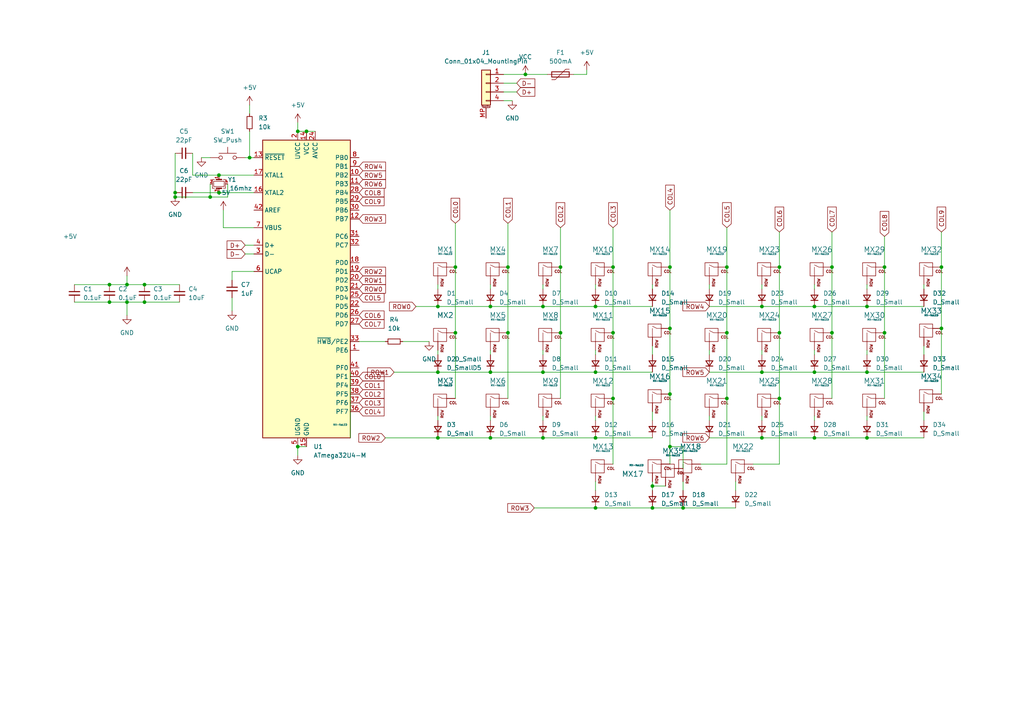
<source format=kicad_sch>
(kicad_sch (version 20211123) (generator eeschema)
  (paper "A4")
  (lib_symbols
    (symbol "Connector_Generic_MountingPin:Conn_01x04_MountingPin" (pin_names (offset 1.016) hide)
      (property "Reference" "J" (at 0 5.08 0))
      (property "Value" "Conn_01x04_MountingPin" (at 1.27 -7.62 0))
      (symbol "Conn_01x04_MountingPin_1_1"
        (rectangle (start -1.27 -4.953) (end 0 -5.207) (stroke (width 0.1524)))
        (rectangle (start -1.27 -2.413) (end 0 -2.667) (stroke (width 0.1524)))
        (rectangle (start -1.27 0.127) (end 0 -0.127) (stroke (width 0.1524)))
        (rectangle (start -1.27 2.667) (end 0 2.413) (stroke (width 0.1524)))
        (rectangle (start -1.27 3.81) (end 1.27 -6.35) (stroke (width 0.254)) (fill (type background)))
        (polyline (pts (xy -1.016 -7.112) (xy 1.016 -7.112)) (stroke (width 0.1524)))
        (text "Mounting" (at 0 -6.731 0) (effects (font (size 0.381 0.381))))
        (pin passive line (at -5.08 2.54 0) (length 3.81) (name "Pin_1") (number "1"))
        (pin passive line (at -5.08 0 0) (length 3.81) (name "Pin_2") (number "2"))
        (pin passive line (at -5.08 -2.54 0) (length 3.81) (name "Pin_3") (number "3"))
        (pin passive line (at -5.08 -5.08 0) (length 3.81) (name "Pin_4") (number "4"))
        (pin passive line (at 0 -10.16 90) (length 3.048) (name "MountPin") (number "MP"))
      )
    )
    (symbol "Device:C_Small" (pin_numbers hide) (pin_names (offset 0.254) hide)
      (property "Reference" "C" (at 0.254 1.778 0))
      (property "Value" "C_Small" (at 0.254 -2.032 0))
      (symbol "C_Small_0_1"
        (polyline (pts (xy -1.524 -0.508) (xy 1.524 -0.508)) (stroke (width 0.3302)))
        (polyline (pts (xy -1.524 0.508) (xy 1.524 0.508)) (stroke (width 0.3048)))
      )
      (symbol "C_Small_1_1"
        (pin passive line (at 0 2.54 270) (length 2.032) (name "~") (number "1"))
        (pin passive line (at 0 -2.54 90) (length 2.032) (name "~") (number "2"))
      )
    )
    (symbol "Device:Crystal_GND24_Small" (pin_names (offset 1.016) hide)
      (property "Reference" "Y" (at 1.27 4.445 0))
      (property "Value" "Crystal_GND24_Small" (at 1.27 2.54 0))
      (symbol "Crystal_GND24_Small_0_1"
        (rectangle (start -0.762 -1.524) (end 0.762 1.524))
        (polyline (pts (xy -1.27 -0.762) (xy -1.27 0.762)) (stroke (width 0.381)))
        (polyline (pts (xy 1.27 -0.762) (xy 1.27 0.762)) (stroke (width 0.381)))
        (polyline (pts (xy -1.27 -1.27) (xy -1.27 -1.905) (xy 1.27 -1.905) (xy 1.27 -1.27)))
        (polyline (pts (xy -1.27 1.27) (xy -1.27 1.905) (xy 1.27 1.905) (xy 1.27 1.27)))
      )
      (symbol "Crystal_GND24_Small_1_1"
        (pin passive line (at -2.54 0 0) (length 1.27) (name "1") (number "1"))
        (pin passive line (at 0 -2.54 90) (length 0.635) (name "2") (number "2"))
        (pin passive line (at 2.54 0 180) (length 1.27) (name "3") (number "3"))
        (pin passive line (at 0 2.54 270) (length 0.635) (name "4") (number "4"))
      )
    )
    (symbol "Device:D_Small" (pin_numbers hide) (pin_names (offset 0.254) hide)
      (property "Reference" "D" (at -1.27 2.032 0))
      (property "Value" "D_Small" (at -3.81 -2.032 0))
      (symbol "D_Small_0_1"
        (polyline (pts (xy -0.762 -1.016) (xy -0.762 1.016)) (stroke (width 0.254)))
        (polyline (pts (xy -0.762 0) (xy 0.762 0)))
        (polyline (pts (xy 0.762 -1.016) (xy -0.762 0) (xy 0.762 1.016) (xy 0.762 -1.016)) (stroke (width 0.254)))
      )
      (symbol "D_Small_1_1"
        (pin passive line (at -2.54 0 0) (length 1.778) (name "K") (number "1"))
        (pin passive line (at 2.54 0 180) (length 1.778) (name "A") (number "2"))
      )
    )
    (symbol "Device:Polyfuse" (pin_numbers hide) (pin_names (offset 0))
      (property "Reference" "F" (at -2.54 0 90))
      (property "Value" "Polyfuse" (at 2.54 0 90))
      (symbol "Polyfuse_0_1"
        (rectangle (start -0.762 2.54) (end 0.762 -2.54) (stroke (width 0.254)))
        (polyline (pts (xy 0 2.54) (xy 0 -2.54)))
        (polyline (pts (xy -1.524 2.54) (xy -1.524 1.524) (xy 1.524 -1.524) (xy 1.524 -2.54)))
      )
      (symbol "Polyfuse_1_1"
        (pin passive line (at 0 3.81 270) (length 1.27) (name "~") (number "1"))
        (pin passive line (at 0 -3.81 90) (length 1.27) (name "~") (number "2"))
      )
    )
    (symbol "Device:R_Small" (pin_numbers hide) (pin_names (offset 0.254) hide)
      (property "Reference" "R" (at 0.762 0.508 0))
      (property "Value" "R_Small" (at 0.762 -1.016 0))
      (symbol "R_Small_0_1"
        (rectangle (start -0.762 1.778) (end 0.762 -1.778) (stroke (width 0.2032)))
      )
      (symbol "R_Small_1_1"
        (pin passive line (at 0 2.54 270) (length 0.762) (name "~") (number "1"))
        (pin passive line (at 0 -2.54 90) (length 0.762) (name "~") (number "2"))
      )
    )
    (symbol "MCU_Microchip_ATmega:ATmega32U4-M"
      (property "Reference" "U" (at -12.7 44.45 0))
      (property "Value" "ATmega32U4-M" (at 2.54 -44.45 0))
      (symbol "ATmega32U4-M_0_1"
        (rectangle (start -12.7 -43.18) (end 12.7 43.18) (stroke (width 0.254)) (fill (type background)))
      )
      (symbol "ATmega32U4-M_1_1"
        (pin bidirectional line (at 15.24 -17.78 180) (length 2.54) (name "PE6") (number "1"))
        (pin bidirectional line (at 15.24 33.02 180) (length 2.54) (name "PB2") (number "10"))
        (pin bidirectional line (at 15.24 30.48 180) (length 2.54) (name "PB3") (number "11"))
        (pin bidirectional line (at 15.24 20.32 180) (length 2.54) (name "PB7") (number "12"))
        (pin input line (at -15.24 38.1 0) (length 2.54) (name "~{RESET}") (number "13"))
        (pin power_in line (at 0 45.72 270) (length 2.54) (name "VCC") (number "14"))
        (pin power_in line (at 0 -45.72 90) (length 2.54) (name "GND") (number "15"))
        (pin output line (at -15.24 27.94 0) (length 2.54) (name "XTAL2") (number "16"))
        (pin input line (at -15.24 33.02 0) (length 2.54) (name "XTAL1") (number "17"))
        (pin bidirectional line (at 15.24 7.62 180) (length 2.54) (name "PD0") (number "18"))
        (pin bidirectional line (at 15.24 5.08 180) (length 2.54) (name "PD1") (number "19"))
        (pin power_in line (at -2.54 45.72 270) (length 2.54) (name "UVCC") (number "2"))
        (pin bidirectional line (at 15.24 2.54 180) (length 2.54) (name "PD2") (number "20"))
        (pin bidirectional line (at 15.24 0 180) (length 2.54) (name "PD3") (number "21"))
        (pin bidirectional line (at 15.24 -5.08 180) (length 2.54) (name "PD5") (number "22"))
        (pin passive line (at 0 -45.72 90) (length 2.54) hide (name "GND") (number "23"))
        (pin power_in line (at 2.54 45.72 270) (length 2.54) (name "AVCC") (number "24"))
        (pin bidirectional line (at 15.24 -2.54 180) (length 2.54) (name "PD4") (number "25"))
        (pin bidirectional line (at 15.24 -7.62 180) (length 2.54) (name "PD6") (number "26"))
        (pin bidirectional line (at 15.24 -10.16 180) (length 2.54) (name "PD7") (number "27"))
        (pin bidirectional line (at 15.24 27.94 180) (length 2.54) (name "PB4") (number "28"))
        (pin bidirectional line (at 15.24 25.4 180) (length 2.54) (name "PB5") (number "29"))
        (pin bidirectional line (at -15.24 10.16 0) (length 2.54) (name "D-") (number "3"))
        (pin bidirectional line (at 15.24 22.86 180) (length 2.54) (name "PB6") (number "30"))
        (pin bidirectional line (at 15.24 15.24 180) (length 2.54) (name "PC6") (number "31"))
        (pin bidirectional line (at 15.24 12.7 180) (length 2.54) (name "PC7") (number "32"))
        (pin bidirectional line (at 15.24 -15.24 180) (length 2.54) (name "~{HWB}/PE2") (number "33"))
        (pin passive line (at 0 45.72 270) (length 2.54) hide (name "VCC") (number "34"))
        (pin passive line (at 0 -45.72 90) (length 2.54) hide (name "GND") (number "35"))
        (pin bidirectional line (at 15.24 -35.56 180) (length 2.54) (name "PF7") (number "36"))
        (pin bidirectional line (at 15.24 -33.02 180) (length 2.54) (name "PF6") (number "37"))
        (pin bidirectional line (at 15.24 -30.48 180) (length 2.54) (name "PF5") (number "38"))
        (pin bidirectional line (at 15.24 -27.94 180) (length 2.54) (name "PF4") (number "39"))
        (pin bidirectional line (at -15.24 12.7 0) (length 2.54) (name "D+") (number "4"))
        (pin bidirectional line (at 15.24 -25.4 180) (length 2.54) (name "PF1") (number "40"))
        (pin bidirectional line (at 15.24 -22.86 180) (length 2.54) (name "PF0") (number "41"))
        (pin passive line (at -15.24 22.86 0) (length 2.54) (name "AREF") (number "42"))
        (pin passive line (at 0 -45.72 90) (length 2.54) hide (name "GND") (number "43"))
        (pin passive line (at 2.54 45.72 270) (length 2.54) hide (name "AVCC") (number "44"))
        (pin passive line (at 0 -45.72 90) (length 2.54) hide (name "GND") (number "45"))
        (pin passive line (at -2.54 -45.72 90) (length 2.54) (name "UGND") (number "5"))
        (pin passive line (at -15.24 5.08 0) (length 2.54) (name "UCAP") (number "6"))
        (pin input line (at -15.24 17.78 0) (length 2.54) (name "VBUS") (number "7"))
        (pin bidirectional line (at 15.24 38.1 180) (length 2.54) (name "PB0") (number "8"))
        (pin bidirectional line (at 15.24 35.56 180) (length 2.54) (name "PB1") (number "9"))
      )
    )
    (symbol "MX_Alps_Hybrid:MX-NoLED" (pin_names (offset 1.016))
      (property "Reference" "MX" (at -0.635 3.81 0))
      (property "Value" "MX-NoLED" (at -0.635 1.27 0))
      (symbol "MX-NoLED_0_0"
        (rectangle (start -2.54 2.54) (end 1.27 -1.27))
        (polyline (pts (xy -1.27 -1.27) (xy -1.27 1.27)) (stroke (width 0.127)))
        (polyline (pts (xy 1.27 1.27) (xy 0 1.27) (xy -1.27 1.905)) (stroke (width 0.127)))
        (text "COL" (at 3.175 0 0) (effects (font (size 0.762 0.762))))
        (text "ROW" (at 0 -1.905 900) (effects (font (size 0.762 0.762)) (justify right)))
      )
      (symbol "MX-NoLED_1_1"
        (pin passive line (at 3.81 1.27 180) (length 2.54) (name "COL") (number "1"))
        (pin passive line (at -1.27 -3.81 90) (length 2.54) (name "ROW") (number "2"))
      )
    )
    (symbol "Switch:SW_Push" (pin_numbers hide) (pin_names (offset 1.016) hide)
      (property "Reference" "SW" (at 1.27 2.54 0))
      (property "Value" "SW_Push" (at 0 -1.524 0))
      (symbol "SW_Push_0_1"
        (circle (center -2.032 0) (radius 0.508))
        (polyline (pts (xy 0 1.27) (xy 0 3.048)))
        (polyline (pts (xy 2.54 1.27) (xy -2.54 1.27)))
        (circle (center 2.032 0) (radius 0.508))
        (pin passive line (at -5.08 0 0) (length 2.54) (name "1") (number "1"))
        (pin passive line (at 5.08 0 180) (length 2.54) (name "2") (number "2"))
      )
    )
    (symbol "power:+5V" (power) (pin_names (offset 0))
      (property "Value" "+5V" (at 0 3.556 0))
      (symbol "+5V_0_1"
        (polyline (pts (xy -0.762 1.27) (xy 0 2.54)))
        (polyline (pts (xy 0 0) (xy 0 2.54)))
        (polyline (pts (xy 0 2.54) (xy 0.762 1.27)))
      )
      (symbol "+5V_1_1"
        (pin power_in line (at 0 0 90) (length 0) hide (name "+5V") (number "1"))
      )
    )
    (symbol "power:GND" (power) (pin_names (offset 0))
      (property "Value" "GND" (at 0 -3.81 0))
      (symbol "GND_0_1"
        (polyline (pts (xy 0 0) (xy 0 -1.27) (xy 1.27 -1.27) (xy 0 -2.54) (xy -1.27 -1.27) (xy 0 -1.27)))
      )
      (symbol "GND_1_1"
        (pin power_in line (at 0 0 270) (length 0) hide (name "GND") (number "1"))
      )
    )
    (symbol "power:VCC" (power) (pin_names (offset 0))
      (property "Value" "VCC" (at 0 3.81 0))
      (symbol "VCC_0_1"
        (polyline (pts (xy -0.762 1.27) (xy 0 2.54)))
        (polyline (pts (xy 0 0) (xy 0 2.54)))
        (polyline (pts (xy 0 2.54) (xy 0.762 1.27)))
      )
      (symbol "VCC_1_1"
        (pin power_in line (at 0 0 90) (length 0) hide (name "VCC") (number "1"))
      )
    )
  )
  (junction (at 72.39 45.72))
  (junction (at 273.05 77.47))
  (junction (at 172.72 107.95))
  (junction (at 256.54 77.47))
  (junction (at 236.22 107.95))
  (junction (at 31.75 82.55))
  (junction (at 147.32 96.52))
  (junction (at 132.08 77.47))
  (junction (at 177.8 77.47))
  (junction (at 127 88.9))
  (junction (at 220.98 88.9))
  (junction (at 60.96 57.15))
  (junction (at 210.82 77.47))
  (junction (at 147.32 77.47))
  (junction (at 50.8 57.15))
  (junction (at 210.82 96.52))
  (junction (at 86.36 129.54))
  (junction (at 226.06 96.52))
  (junction (at 88.9 38.1))
  (junction (at 210.82 115.57))
  (junction (at 157.48 127))
  (junction (at 36.83 87.63))
  (junction (at 36.83 82.55))
  (junction (at 142.24 107.95))
  (junction (at 251.46 88.9))
  (junction (at 142.24 88.9))
  (junction (at 50.8 55.88))
  (junction (at 189.23 140.97))
  (junction (at 194.31 114.3))
  (junction (at 194.31 129.54))
  (junction (at 251.46 107.95))
  (junction (at 152.4 21.59))
  (junction (at 132.08 96.52))
  (junction (at 236.22 88.9))
  (junction (at 142.24 127))
  (junction (at 127 127))
  (junction (at 162.56 77.47))
  (junction (at 172.72 127))
  (junction (at 194.31 77.47))
  (junction (at 251.46 127))
  (junction (at 226.06 115.57))
  (junction (at 273.05 95.25))
  (junction (at 157.48 107.95))
  (junction (at 63.5 55.88))
  (junction (at 177.8 96.52))
  (junction (at 86.36 38.1))
  (junction (at 220.98 127))
  (junction (at 177.8 115.57))
  (junction (at 189.23 147.32))
  (junction (at 194.31 95.25))
  (junction (at 157.48 88.9))
  (junction (at 256.54 96.52))
  (junction (at 198.12 147.32))
  (junction (at 41.91 87.63))
  (junction (at 172.72 147.32))
  (junction (at 236.22 127))
  (junction (at 241.3 96.52))
  (junction (at 226.06 77.47))
  (junction (at 162.56 96.52))
  (junction (at 127 107.95))
  (junction (at 31.75 87.63))
  (junction (at 63.5 50.8))
  (junction (at 241.3 77.47))
  (junction (at 172.72 88.9))
  (junction (at 220.98 107.95))
  (junction (at 41.91 82.55))
  (wire (pts (xy 273.05 95.25) (xy 273.05 114.3)))
  (wire (pts (xy 21.59 87.63) (xy 31.75 87.63)))
  (wire (pts (xy 241.3 96.52) (xy 241.3 115.57)))
  (wire (pts (xy 142.24 120.65) (xy 142.24 121.92)))
  (wire (pts (xy 50.8 44.45) (xy 50.8 55.88)))
  (wire (pts (xy 205.74 101.6) (xy 205.74 102.87)))
  (wire (pts (xy 220.98 88.9) (xy 236.22 88.9)))
  (wire (pts (xy 226.06 134.62) (xy 226.06 115.57)))
  (wire (pts (xy 220.98 101.6) (xy 220.98 102.87)))
  (wire (pts (xy 213.36 139.7) (xy 213.36 142.24)))
  (wire (pts (xy 157.48 127) (xy 172.72 127)))
  (wire (pts (xy 127 107.95) (xy 142.24 107.95)))
  (wire (pts (xy 241.3 77.47) (xy 241.3 96.52)))
  (wire (pts (xy 226.06 77.47) (xy 226.06 67.31)))
  (wire (pts (xy 36.83 80.01) (xy 36.83 82.55)))
  (wire (pts (xy 220.98 82.55) (xy 220.98 83.82)))
  (wire (pts (xy 60.96 53.34) (xy 60.96 57.15)))
  (wire (pts (xy 251.46 101.6) (xy 251.46 102.87)))
  (wire (pts (xy 36.83 87.63) (xy 41.91 87.63)))
  (wire (pts (xy 41.91 87.63) (xy 52.07 87.63)))
  (wire (pts (xy 71.12 71.12) (xy 73.66 71.12)))
  (wire (pts (xy 205.74 107.95) (xy 220.98 107.95)))
  (wire (pts (xy 236.22 107.95) (xy 251.46 107.95)))
  (wire (pts (xy 58.42 45.72) (xy 60.96 45.72)))
  (wire (pts (xy 162.56 77.47) (xy 162.56 96.52)))
  (wire (pts (xy 147.32 64.77) (xy 147.32 77.47)))
  (wire (pts (xy 205.74 88.9) (xy 220.98 88.9)))
  (wire (pts (xy 267.97 82.55) (xy 267.97 83.82)))
  (wire (pts (xy 236.22 82.55) (xy 236.22 83.82)))
  (wire (pts (xy 127 82.55) (xy 127 83.82)))
  (wire (pts (xy 127 101.6) (xy 127 102.87)))
  (wire (pts (xy 142.24 107.95) (xy 157.48 107.95)))
  (wire (pts (xy 67.31 86.36) (xy 67.31 90.17)))
  (wire (pts (xy 132.08 115.57) (xy 132.08 96.52)))
  (wire (pts (xy 166.37 21.59) (xy 170.18 21.59)))
  (wire (pts (xy 251.46 107.95) (xy 267.97 107.95)))
  (wire (pts (xy 256.54 77.47) (xy 256.54 96.52)))
  (wire (pts (xy 267.97 100.33) (xy 267.97 102.87)))
  (wire (pts (xy 86.36 129.54) (xy 86.36 132.08)))
  (wire (pts (xy 162.56 96.52) (xy 162.56 115.57)))
  (wire (pts (xy 198.12 147.32) (xy 213.36 147.32)))
  (wire (pts (xy 157.48 101.6) (xy 157.48 102.87)))
  (wire (pts (xy 63.5 50.8) (xy 73.66 50.8)))
  (wire (pts (xy 177.8 77.47) (xy 177.8 96.52)))
  (wire (pts (xy 157.48 82.55) (xy 157.48 83.82)))
  (wire (pts (xy 31.75 82.55) (xy 36.83 82.55)))
  (wire (pts (xy 172.72 101.6) (xy 172.72 102.87)))
  (wire (pts (xy 218.44 134.62) (xy 226.06 134.62)))
  (wire (pts (xy 189.23 140.97) (xy 189.23 142.24)))
  (wire (pts (xy 205.74 120.65) (xy 205.74 121.92)))
  (wire (pts (xy 251.46 82.55) (xy 251.46 83.82)))
  (wire (pts (xy 146.05 24.13) (xy 149.86 24.13)))
  (wire (pts (xy 226.06 96.52) (xy 226.06 77.47)))
  (wire (pts (xy 189.23 100.33) (xy 189.23 102.87)))
  (wire (pts (xy 142.24 101.6) (xy 142.24 102.87)))
  (wire (pts (xy 226.06 115.57) (xy 226.06 96.52)))
  (wire (pts (xy 241.3 67.31) (xy 241.3 77.47)))
  (wire (pts (xy 55.88 55.88) (xy 63.5 55.88)))
  (wire (pts (xy 120.65 88.9) (xy 127 88.9)))
  (wire (pts (xy 194.31 134.62) (xy 194.31 129.54)))
  (wire (pts (xy 210.82 134.62) (xy 210.82 115.57)))
  (wire (pts (xy 194.31 60.96) (xy 194.31 77.47)))
  (wire (pts (xy 67.31 78.74) (xy 67.31 81.28)))
  (wire (pts (xy 21.59 82.55) (xy 31.75 82.55)))
  (wire (pts (xy 198.12 135.89) (xy 198.12 129.54)))
  (wire (pts (xy 251.46 88.9) (xy 267.97 88.9)))
  (wire (pts (xy 101.6 127) (xy 101.6 107.95)))
  (wire (pts (xy 72.39 38.1) (xy 72.39 45.72)))
  (wire (pts (xy 189.23 82.55) (xy 189.23 83.82)))
  (wire (pts (xy 236.22 120.65) (xy 236.22 121.92)))
  (wire (pts (xy 55.88 50.8) (xy 55.88 44.45)))
  (wire (pts (xy 116.84 99.06) (xy 124.46 99.06)))
  (wire (pts (xy 31.75 87.63) (xy 36.83 87.63)))
  (wire (pts (xy 172.72 82.55) (xy 172.72 83.82)))
  (wire (pts (xy 41.91 82.55) (xy 52.07 82.55)))
  (wire (pts (xy 88.9 38.1) (xy 91.44 38.1)))
  (wire (pts (xy 154.94 147.32) (xy 172.72 147.32)))
  (wire (pts (xy 86.36 35.56) (xy 86.36 38.1)))
  (wire (pts (xy 63.5 50.8) (xy 55.88 50.8)))
  (wire (pts (xy 177.8 96.52) (xy 177.8 115.57)))
  (wire (pts (xy 220.98 120.65) (xy 220.98 121.92)))
  (wire (pts (xy 157.48 88.9) (xy 172.72 88.9)))
  (wire (pts (xy 172.72 139.7) (xy 172.72 142.24)))
  (wire (pts (xy 267.97 119.38) (xy 267.97 121.92)))
  (wire (pts (xy 104.14 99.06) (xy 111.76 99.06)))
  (wire (pts (xy 72.39 30.48) (xy 72.39 33.02)))
  (wire (pts (xy 132.08 64.77) (xy 132.08 77.47)))
  (wire (pts (xy 198.12 129.54) (xy 194.31 129.54)))
  (wire (pts (xy 111.76 127) (xy 127 127)))
  (wire (pts (xy 64.77 66.04) (xy 73.66 66.04)))
  (wire (pts (xy 36.83 87.63) (xy 36.83 91.44)))
  (wire (pts (xy 72.39 45.72) (xy 73.66 45.72)))
  (wire (pts (xy 66.04 57.15) (xy 60.96 57.15)))
  (wire (pts (xy 267.97 127) (xy 251.46 127)))
  (wire (pts (xy 236.22 101.6) (xy 236.22 102.87)))
  (wire (pts (xy 251.46 127) (xy 236.22 127)))
  (wire (pts (xy 273.05 67.31) (xy 273.05 77.47)))
  (wire (pts (xy 147.32 77.47) (xy 147.32 96.52)))
  (wire (pts (xy 189.23 140.97) (xy 193.04 140.97)))
  (wire (pts (xy 157.48 120.65) (xy 157.48 121.92)))
  (wire (pts (xy 132.08 77.47) (xy 132.08 96.52)))
  (wire (pts (xy 256.54 68.58) (xy 256.54 77.47)))
  (wire (pts (xy 142.24 127) (xy 157.48 127)))
  (wire (pts (xy 146.05 29.21) (xy 148.59 29.21)))
  (wire (pts (xy 127 88.9) (xy 142.24 88.9)))
  (wire (pts (xy 86.36 38.1) (xy 88.9 38.1)))
  (wire (pts (xy 127 127) (xy 142.24 127)))
  (wire (pts (xy 146.05 21.59) (xy 152.4 21.59)))
  (wire (pts (xy 194.31 114.3) (xy 194.31 95.25)))
  (wire (pts (xy 256.54 96.52) (xy 256.54 115.57)))
  (wire (pts (xy 86.36 129.54) (xy 88.9 129.54)))
  (wire (pts (xy 210.82 96.52) (xy 210.82 77.47)))
  (wire (pts (xy 60.96 57.15) (xy 50.8 57.15)))
  (wire (pts (xy 189.23 147.32) (xy 198.12 147.32)))
  (wire (pts (xy 172.72 120.65) (xy 172.72 121.92)))
  (wire (pts (xy 177.8 66.04) (xy 177.8 77.47)))
  (wire (pts (xy 210.82 77.47) (xy 210.82 66.04)))
  (wire (pts (xy 220.98 127) (xy 205.74 127)))
  (wire (pts (xy 66.04 53.34) (xy 66.04 57.15)))
  (wire (pts (xy 205.74 82.55) (xy 205.74 83.82)))
  (wire (pts (xy 210.82 115.57) (xy 210.82 96.52)))
  (wire (pts (xy 203.2 134.62) (xy 210.82 134.62)))
  (wire (pts (xy 194.31 95.25) (xy 194.31 77.47)))
  (wire (pts (xy 71.12 73.66) (xy 73.66 73.66)))
  (wire (pts (xy 157.48 107.95) (xy 172.72 107.95)))
  (wire (pts (xy 71.12 45.72) (xy 72.39 45.72)))
  (wire (pts (xy 172.72 147.32) (xy 189.23 147.32)))
  (wire (pts (xy 36.83 82.55) (xy 41.91 82.55)))
  (wire (pts (xy 162.56 66.04) (xy 162.56 77.47)))
  (wire (pts (xy 273.05 77.47) (xy 273.05 95.25)))
  (wire (pts (xy 170.18 21.59) (xy 170.18 20.32)))
  (wire (pts (xy 177.8 115.57) (xy 177.8 134.62)))
  (wire (pts (xy 251.46 120.65) (xy 251.46 121.92)))
  (wire (pts (xy 147.32 96.52) (xy 147.32 115.57)))
  (wire (pts (xy 73.66 78.74) (xy 67.31 78.74)))
  (wire (pts (xy 172.72 107.95) (xy 189.23 107.95)))
  (wire (pts (xy 63.5 55.88) (xy 73.66 55.88)))
  (wire (pts (xy 142.24 82.55) (xy 142.24 83.82)))
  (wire (pts (xy 146.05 26.67) (xy 149.86 26.67)))
  (wire (pts (xy 194.31 129.54) (xy 194.31 114.3)))
  (wire (pts (xy 236.22 88.9) (xy 251.46 88.9)))
  (wire (pts (xy 198.12 139.7) (xy 198.12 142.24)))
  (wire (pts (xy 172.72 127) (xy 189.23 127)))
  (wire (pts (xy 189.23 119.38) (xy 189.23 121.92)))
  (wire (pts (xy 152.4 21.59) (xy 158.75 21.59)))
  (wire (pts (xy 114.3 107.95) (xy 127 107.95)))
  (wire (pts (xy 189.23 139.7) (xy 189.23 140.97)))
  (wire (pts (xy 142.24 88.9) (xy 157.48 88.9)))
  (wire (pts (xy 64.77 60.96) (xy 64.77 66.04)))
  (wire (pts (xy 172.72 88.9) (xy 189.23 88.9)))
  (wire (pts (xy 236.22 127) (xy 220.98 127)))
  (wire (pts (xy 50.8 55.88) (xy 50.8 57.15)))
  (wire (pts (xy 220.98 107.95) (xy 236.22 107.95)))
  (wire (pts (xy 127 120.65) (xy 127 121.92)))
  (global_label "COL3" (shape input) (at 177.8 66.04 90) (property "Intersheet References" "${INTERSHEET_REFS}" (effects hide)))
  (global_label "COL8" (shape input) (at 104.14 55.88 0) (property "Intersheet References" "${INTERSHEET_REFS}" (effects hide)))
  (global_label "D-" (shape input) (at 149.86 24.13 0) (property "Intersheet References" "${INTERSHEET_REFS}" (effects hide)))
  (global_label "COL3" (shape input) (at 104.14 116.84 0) (property "Intersheet References" "${INTERSHEET_REFS}" (effects hide)))
  (global_label "ROW0" (shape input) (at 104.14 83.82 0) (property "Intersheet References" "${INTERSHEET_REFS}" (effects hide)))
  (global_label "ROW0" (shape input) (at 120.65 88.9 180) (property "Intersheet References" "${INTERSHEET_REFS}" (effects hide)))
  (global_label "COL6" (shape input) (at 104.14 91.44 0) (property "Intersheet References" "${INTERSHEET_REFS}" (effects hide)))
  (global_label "D-" (shape input) (at 71.12 73.66 180) (property "Intersheet References" "${INTERSHEET_REFS}" (effects hide)))
  (global_label "COL6" (shape input) (at 226.06 67.31 90) (property "Intersheet References" "${INTERSHEET_REFS}" (effects hide)))
  (global_label "COL4" (shape input) (at 194.31 60.96 90) (property "Intersheet References" "${INTERSHEET_REFS}" (effects hide)))
  (global_label "D+" (shape input) (at 149.86 26.67 0) (property "Intersheet References" "${INTERSHEET_REFS}" (effects hide)))
  (global_label "ROW2" (shape input) (at 111.76 127 180) (property "Intersheet References" "${INTERSHEET_REFS}" (effects hide)))
  (global_label "ROW5" (shape input) (at 205.74 107.95 180) (property "Intersheet References" "${INTERSHEET_REFS}" (effects hide)))
  (global_label "COL2" (shape input) (at 104.14 114.3 0) (property "Intersheet References" "${INTERSHEET_REFS}" (effects hide)))
  (global_label "COL0" (shape input) (at 132.08 64.77 90) (property "Intersheet References" "${INTERSHEET_REFS}" (effects hide)))
  (global_label "COL4" (shape input) (at 104.14 119.38 0) (property "Intersheet References" "${INTERSHEET_REFS}" (effects hide)))
  (global_label "COL5" (shape input) (at 210.82 66.04 90) (property "Intersheet References" "${INTERSHEET_REFS}" (effects hide)))
  (global_label "COL7" (shape input) (at 104.14 93.98 0) (property "Intersheet References" "${INTERSHEET_REFS}" (effects hide)))
  (global_label "ROW2" (shape input) (at 104.14 78.74 0) (property "Intersheet References" "${INTERSHEET_REFS}" (effects hide)))
  (global_label "COL5" (shape input) (at 104.14 86.36 0) (property "Intersheet References" "${INTERSHEET_REFS}" (effects hide)))
  (global_label "ROW6" (shape input) (at 205.74 127 180) (property "Intersheet References" "${INTERSHEET_REFS}" (effects hide)))
  (global_label "COL7" (shape input) (at 241.3 67.31 90) (property "Intersheet References" "${INTERSHEET_REFS}" (effects hide)))
  (global_label "COL0" (shape input) (at 104.14 109.22 0) (property "Intersheet References" "${INTERSHEET_REFS}" (effects hide)))
  (global_label "ROW4" (shape input) (at 205.74 88.9 180) (property "Intersheet References" "${INTERSHEET_REFS}" (effects hide)))
  (global_label "ROW3" (shape input) (at 154.94 147.32 180) (property "Intersheet References" "${INTERSHEET_REFS}" (effects hide)))
  (global_label "ROW3" (shape input) (at 104.14 63.5 0) (property "Intersheet References" "${INTERSHEET_REFS}" (effects hide)))
  (global_label "COL9" (shape input) (at 104.14 58.42 0) (property "Intersheet References" "${INTERSHEET_REFS}" (effects hide)))
  (global_label "COL8" (shape input) (at 256.54 68.58 90) (property "Intersheet References" "${INTERSHEET_REFS}" (effects hide)))
  (global_label "COL1" (shape input) (at 147.32 64.77 90) (property "Intersheet References" "${INTERSHEET_REFS}" (effects hide)))
  (global_label "ROW1" (shape input) (at 114.3 107.95 180) (property "Intersheet References" "${INTERSHEET_REFS}" (effects hide)))
  (global_label "COL1" (shape input) (at 104.14 111.76 0) (property "Intersheet References" "${INTERSHEET_REFS}" (effects hide)))
  (global_label "COL9" (shape input) (at 273.05 67.31 90) (property "Intersheet References" "${INTERSHEET_REFS}" (effects hide)))
  (global_label "D+" (shape input) (at 71.12 71.12 180) (property "Intersheet References" "${INTERSHEET_REFS}" (effects hide)))
  (global_label "ROW4" (shape input) (at 104.14 48.26 0) (property "Intersheet References" "${INTERSHEET_REFS}" (effects hide)))
  (global_label "ROW6" (shape input) (at 104.14 53.34 0) (property "Intersheet References" "${INTERSHEET_REFS}" (effects hide)))
  (global_label "ROW5" (shape input) (at 104.14 50.8 0) (property "Intersheet References" "${INTERSHEET_REFS}" (effects hide)))
  (global_label "COL2" (shape input) (at 162.56 66.04 90) (property "Intersheet References" "${INTERSHEET_REFS}" (effects hide)))
  (global_label "ROW1" (shape input) (at 104.14 81.28 0) (property "Intersheet References" "${INTERSHEET_REFS}" (effects hide)))
  (symbol (lib_id "MX_Alps_Hybrid:MX-NoLED") (at 237.49 78.74 0) (unit 1)
    (property "Reference" "MX26" (at 238.3756 72.39 0) (effects (font (size 1.524 1.524))))
    (property "Value" "MX-NoLED" (at 238.3756 73.66 0) (effects (font (size 0.508 0.508))))
    (property "Footprint" "MX_Alps_Hybrid:MX-1U-NoLED" (effects hide))
  )
  (symbol (lib_id "Device:D_Small") (at 189.23 86.36 90) (unit 1)
    (property "Reference" "D14" (at 191.77 85.0899 90) (effects (justify right)))
    (property "Value" "D_Small" (at 191.77 87.6299 90) (effects (justify right)))
    (property "Footprint" "Diode_SMD:D_SOD-123" (effects hide))
  )
  (symbol (lib_id "MX_Alps_Hybrid:MX-NoLED") (at 143.51 116.84 0) (unit 1)
    (property "Reference" "MX6" (at 144.3956 110.49 0) (effects (font (size 1.524 1.524))))
    (property "Value" "MX-NoLED" (at 144.3956 111.76 0) (effects (font (size 0.508 0.508))))
    (property "Footprint" "MX_Alps_Hybrid:MX-1U-NoLED" (effects hide))
  )
  (symbol (lib_id "MX_Alps_Hybrid:MX-NoLED") (at 207.01 116.84 0) (unit 1)
    (property "Reference" "MX21" (at 207.8956 110.49 0) (effects (font (size 1.524 1.524))))
    (property "Value" "MX-NoLED" (at 207.8956 111.76 0) (effects (font (size 0.508 0.508))))
    (property "Footprint" "MX_Alps_Hybrid:MX-1U-NoLED" (effects hide))
  )
  (symbol (lib_id "Device:D_Small") (at 267.97 105.41 90) (unit 1)
    (property "Reference" "D33" (at 270.51 104.1399 90) (effects (justify right)))
    (property "Value" "D_Small" (at 270.51 106.6799 90) (effects (justify right)))
    (property "Footprint" "Diode_SMD:D_SOD-123" (effects hide))
  )
  (symbol (lib_id "MX_Alps_Hybrid:MX-NoLED") (at 190.5 135.89 0) (unit 1)
    (property "Reference" "MX17" (at 186.69 137.4707 0) (effects (font (size 1.524 1.524)) (justify right)))
    (property "Value" "MX-NoLED" (at 186.69 134.9308 0) (effects (font (size 0.508 0.508)) (justify right)))
    (property "Footprint" "MX_Alps_Hybrid:MX-1U-NoLED" (effects hide))
  )
  (symbol (lib_id "MX_Alps_Hybrid:MX-NoLED") (at 252.73 97.79 0) (unit 1)
    (property "Reference" "MX30" (at 253.6156 91.44 0) (effects (font (size 1.524 1.524))))
    (property "Value" "MX-NoLED" (at 253.6156 92.71 0) (effects (font (size 0.508 0.508))))
    (property "Footprint" "MX_Alps_Hybrid:MX-1U-NoLED" (effects hide))
  )
  (symbol (lib_id "Device:D_Small") (at 142.24 124.46 90) (unit 1)
    (property "Reference" "D6" (at 144.78 123.1899 90) (effects (justify right)))
    (property "Value" "D_Small" (at 144.78 125.7299 90) (effects (justify right)))
    (property "Footprint" "Diode_SMD:D_SOD-123" (effects hide))
  )
  (symbol (lib_id "power:GND") (at 86.36 132.08 0) (unit 1)
    (property "Reference" "#PWR09" (effects hide))
    (property "Value" "GND" (at 86.36 137.16 0))
  )
  (symbol (lib_id "power:+5V") (at 72.39 30.48 0) (unit 1)
    (property "Reference" "#PWR07" (effects hide))
    (property "Value" "+5V" (at 72.39 25.4 0))
  )
  (symbol (lib_id "MX_Alps_Hybrid:MX-NoLED") (at 207.01 97.79 0) (unit 1)
    (property "Reference" "MX20" (at 207.8956 91.44 0) (effects (font (size 1.524 1.524))))
    (property "Value" "MX-NoLED" (at 207.8956 92.71 0) (effects (font (size 0.508 0.508))))
    (property "Footprint" "MX_Alps_Hybrid:MX-1U-NoLED" (effects hide))
  )
  (symbol (lib_id "MX_Alps_Hybrid:MX-NoLED") (at 143.51 78.74 0) (unit 1)
    (property "Reference" "MX4" (at 144.3956 72.39 0) (effects (font (size 1.524 1.524))))
    (property "Value" "MX-NoLED" (at 144.3956 73.66 0) (effects (font (size 0.508 0.508))))
    (property "Footprint" "MX_Alps_Hybrid:MX-1U-NoLED" (effects hide))
  )
  (symbol (lib_id "Device:R_Small") (at 114.3 99.06 90) (unit 1)
    (property "Reference" "R4" (at 114.3 92.71 90))
    (property "Value" "10k" (at 114.3 95.25 90))
    (property "Footprint" "Resistor_SMD:R_0805_2012Metric" (effects hide))
  )
  (symbol (lib_id "Device:D_Small") (at 205.74 124.46 90) (unit 1)
    (property "Reference" "D21" (at 208.28 123.1899 90) (effects (justify right)))
    (property "Value" "D_Small" (at 208.28 125.7299 90) (effects (justify right)))
    (property "Footprint" "Diode_SMD:D_SOD-123" (effects hide))
  )
  (symbol (lib_id "Device:C_Small") (at 31.75 85.09 0) (unit 1)
    (property "Reference" "C2" (at 34.29 83.8262 0) (effects (justify left)))
    (property "Value" "0.1uF" (at 34.29 86.3662 0) (effects (justify left)))
    (property "Footprint" "Capacitor_SMD:C_0805_2012Metric" (effects hide))
  )
  (symbol (lib_id "Device:Crystal_GND24_Small") (at 63.5 53.34 270) (unit 1)
    (property "Reference" "Y1" (at 67.31 52.07 90))
    (property "Value" "16mhz" (at 69.85 54.61 90))
    (property "Footprint" "Crystal:Crystal_SMD_3225-4Pin_3.2x2.5mm" (effects hide))
  )
  (symbol (lib_id "power:+5V") (at 86.36 35.56 0) (unit 1)
    (property "Reference" "#PWR08" (effects hide))
    (property "Value" "+5V" (at 86.36 30.48 0))
  )
  (symbol (lib_id "MX_Alps_Hybrid:MX-NoLED") (at 214.63 135.89 0) (unit 1)
    (property "Reference" "MX22" (at 215.5156 129.54 0) (effects (font (size 1.524 1.524))))
    (property "Value" "MX-NoLED" (at 215.5156 130.81 0) (effects (font (size 0.508 0.508))))
    (property "Footprint" "MX_Alps_Hybrid:MX-1U-NoLED" (effects hide))
  )
  (symbol (lib_id "MX_Alps_Hybrid:MX-NoLED") (at 207.01 78.74 0) (unit 1)
    (property "Reference" "MX19" (at 207.8956 72.39 0) (effects (font (size 1.524 1.524))))
    (property "Value" "MX-NoLED" (at 207.8956 73.66 0) (effects (font (size 0.508 0.508))))
    (property "Footprint" "MX_Alps_Hybrid:MX-1U-NoLED" (effects hide))
  )
  (symbol (lib_id "MX_Alps_Hybrid:MX-NoLED") (at 222.25 97.79 0) (unit 1)
    (property "Reference" "MX24" (at 223.1356 91.44 0) (effects (font (size 1.524 1.524))))
    (property "Value" "MX-NoLED" (at 223.1356 92.71 0) (effects (font (size 0.508 0.508))))
    (property "Footprint" "MX_Alps_Hybrid:MX-1U-NoLED" (effects hide))
  )
  (symbol (lib_id "MX_Alps_Hybrid:MX-NoLED") (at 128.27 116.84 0) (unit 1)
    (property "Reference" "MX3" (at 129.1556 110.49 0) (effects (font (size 1.524 1.524))))
    (property "Value" "MX-NoLED" (at 129.1556 111.76 0) (effects (font (size 0.508 0.508))))
    (property "Footprint" "MX_Alps_Hybrid:MX-1U-NoLED" (effects hide))
  )
  (symbol (lib_id "MX_Alps_Hybrid:MX-NoLED") (at 252.73 116.84 0) (unit 1)
    (property "Reference" "MX31" (at 253.6156 110.49 0) (effects (font (size 1.524 1.524))))
    (property "Value" "MX-NoLED" (at 253.6156 111.76 0) (effects (font (size 0.508 0.508))))
    (property "Footprint" "MX_Alps_Hybrid:MX-1U-NoLED" (effects hide))
  )
  (symbol (lib_id "power:GND") (at 50.8 57.15 0) (unit 1)
    (property "Reference" "#PWR03" (effects hide))
    (property "Value" "GND" (at 50.8 62.23 0))
  )
  (symbol (lib_id "Device:D_Small") (at 205.74 105.41 90) (unit 1)
    (property "Reference" "D20" (at 208.28 104.1399 90) (effects (justify right)))
    (property "Value" "D_Small" (at 208.28 106.6799 90) (effects (justify right)))
    (property "Footprint" "Diode_SMD:D_SOD-123" (effects hide))
  )
  (symbol (lib_id "MX_Alps_Hybrid:MX-NoLED") (at 269.24 115.57 0) (unit 1)
    (property "Reference" "MX34" (at 270.1256 109.22 0) (effects (font (size 1.524 1.524))))
    (property "Value" "MX-NoLED" (at 270.1256 110.49 0) (effects (font (size 0.508 0.508))))
    (property "Footprint" "MX_Alps_Hybrid:MX-1U-NoLED" (effects hide))
  )
  (symbol (lib_id "Device:D_Small") (at 127 124.46 90) (unit 1)
    (property "Reference" "D3" (at 129.54 123.1899 90) (effects (justify right)))
    (property "Value" "D_Small" (at 129.54 125.7299 90) (effects (justify right)))
    (property "Footprint" "Diode_SMD:D_SOD-123" (effects hide))
  )
  (symbol (lib_id "Device:C_Small") (at 52.07 85.09 0) (unit 1)
    (property "Reference" "C4" (at 54.61 83.8262 0) (effects (justify left)))
    (property "Value" "10uF" (at 54.61 86.3662 0) (effects (justify left)))
    (property "Footprint" "Capacitor_SMD:C_0805_2012Metric" (effects hide))
  )
  (symbol (lib_id "Device:C_Small") (at 21.59 85.09 0) (unit 1)
    (property "Reference" "C1" (at 24.13 83.8262 0) (effects (justify left)))
    (property "Value" "0.1uF" (at 24.13 86.3662 0) (effects (justify left)))
    (property "Footprint" "Capacitor_SMD:C_0805_2012Metric" (effects hide))
  )
  (symbol (lib_id "MX_Alps_Hybrid:MX-NoLED") (at 222.25 78.74 0) (unit 1)
    (property "Reference" "MX23" (at 223.1356 72.39 0) (effects (font (size 1.524 1.524))))
    (property "Value" "MX-NoLED" (at 223.1356 73.66 0) (effects (font (size 0.508 0.508))))
    (property "Footprint" "MX_Alps_Hybrid:MX-1U-NoLED" (effects hide))
  )
  (symbol (lib_id "Device:D_Small") (at 198.12 144.78 90) (unit 1)
    (property "Reference" "D18" (at 200.66 143.5099 90) (effects (justify right)))
    (property "Value" "D_Small" (at 200.66 146.0499 90) (effects (justify right)))
    (property "Footprint" "Diode_SMD:D_SOD-123" (effects hide))
  )
  (symbol (lib_id "Device:D_Small") (at 220.98 124.46 90) (unit 1)
    (property "Reference" "D25" (at 223.52 123.1899 90) (effects (justify right)))
    (property "Value" "D_Small" (at 223.52 125.7299 90) (effects (justify right)))
    (property "Footprint" "Diode_SMD:D_SOD-123" (effects hide))
  )
  (symbol (lib_id "MX_Alps_Hybrid:MX-NoLED") (at 143.51 97.79 0) (unit 1)
    (property "Reference" "MX5" (at 144.3956 91.44 0) (effects (font (size 1.524 1.524))))
    (property "Value" "MX-NoLED" (at 144.3956 92.71 0) (effects (font (size 0.508 0.508))))
    (property "Footprint" "MX_Alps_Hybrid:MX-1U-NoLED" (effects hide))
  )
  (symbol (lib_id "Device:D_Small") (at 251.46 105.41 90) (unit 1)
    (property "Reference" "D30" (at 254 104.1399 90) (effects (justify right)))
    (property "Value" "D_Small" (at 254 106.6799 90) (effects (justify right)))
    (property "Footprint" "Diode_SMD:D_SOD-123" (effects hide))
  )
  (symbol (lib_id "Device:D_Small") (at 157.48 124.46 90) (unit 1)
    (property "Reference" "D9" (at 160.02 123.1899 90) (effects (justify right)))
    (property "Value" "D_Small" (at 160.02 125.7299 90) (effects (justify right)))
    (property "Footprint" "Diode_SMD:D_SOD-123" (effects hide))
  )
  (symbol (lib_id "Device:D_Small") (at 220.98 86.36 90) (unit 1)
    (property "Reference" "D23" (at 223.52 85.0899 90) (effects (justify right)))
    (property "Value" "D_Small" (at 223.52 87.6299 90) (effects (justify right)))
    (property "Footprint" "Diode_SMD:D_SOD-123" (effects hide))
  )
  (symbol (lib_id "Device:D_Small") (at 127 105.41 90) (unit 1)
    (property "Reference" "D2" (at 129.54 104.1399 90) (effects (justify right)))
    (property "Value" "D_Small" (at 129.54 106.6799 90) (effects (justify right)))
    (property "Footprint" "Diode_SMD:D_SOD-123" (effects hide))
  )
  (symbol (lib_id "MX_Alps_Hybrid:MX-NoLED") (at 158.75 78.74 0) (unit 1)
    (property "Reference" "MX7" (at 159.6356 72.39 0) (effects (font (size 1.524 1.524))))
    (property "Value" "MX-NoLED" (at 159.6356 73.66 0) (effects (font (size 0.508 0.508))))
    (property "Footprint" "MX_Alps_Hybrid:MX-1U-NoLED" (effects hide))
  )
  (symbol (lib_id "power:GND") (at 58.42 45.72 0) (unit 1)
    (property "Reference" "#PWR04" (effects hide))
    (property "Value" "GND" (at 58.42 50.8 0))
  )
  (symbol (lib_id "MX_Alps_Hybrid:MX-NoLED") (at 199.39 135.89 0) (unit 1)
    (property "Reference" "MX18" (at 200.2756 129.54 0) (effects (font (size 1.524 1.524))))
    (property "Value" "MX-NoLED" (at 200.2756 130.81 0) (effects (font (size 0.508 0.508))))
    (property "Footprint" "MX_Alps_Hybrid:MX-1U-NoLED" (effects hide))
  )
  (symbol (lib_id "MX_Alps_Hybrid:MX-NoLED") (at 269.24 78.74 0) (unit 1)
    (property "Reference" "MX32" (at 270.1256 72.39 0) (effects (font (size 1.524 1.524))))
    (property "Value" "MX-NoLED" (at 270.1256 73.66 0) (effects (font (size 0.508 0.508))))
    (property "Footprint" "MX_Alps_Hybrid:MX-1U-NoLED" (effects hide))
  )
  (symbol (lib_id "Device:C_Small") (at 53.34 44.45 90) (unit 1)
    (property "Reference" "C5" (at 53.3463 38.1 90))
    (property "Value" "22pF" (at 53.3463 40.64 90))
    (property "Footprint" "Capacitor_SMD:C_0805_2012Metric" (effects hide))
  )
  (symbol (lib_id "Device:C_Small") (at 41.91 85.09 0) (unit 1)
    (property "Reference" "C3" (at 44.45 83.8262 0) (effects (justify left)))
    (property "Value" "0.1uF" (at 44.45 86.3662 0) (effects (justify left)))
    (property "Footprint" "Capacitor_SMD:C_0805_2012Metric" (effects hide))
  )
  (symbol (lib_id "power:+5V") (at 64.77 60.96 0) (unit 1)
    (property "Reference" "#PWR05" (effects hide))
    (property "Value" "+5V" (at 64.77 55.88 0))
  )
  (symbol (lib_id "Device:C_Small") (at 53.34 55.88 90) (unit 1)
    (property "Reference" "C6" (at 53.3463 49.53 90))
    (property "Value" "22pF" (at 53.3463 52.07 90))
    (property "Footprint" "Capacitor_SMD:C_0805_2012Metric" (effects hide))
  )
  (symbol (lib_id "Device:R_Small") (at 72.39 35.56 0) (unit 1)
    (property "Reference" "R3" (at 74.93 34.2899 0) (effects (justify left)))
    (property "Value" "10k" (at 74.93 36.8299 0) (effects (justify left)))
    (property "Footprint" "Resistor_SMD:R_0805_2012Metric" (effects hide))
  )
  (symbol (lib_id "Device:D_Small") (at 236.22 124.46 90) (unit 1)
    (property "Reference" "D28" (at 238.76 123.1899 90) (effects (justify right)))
    (property "Value" "D_Small" (at 238.76 125.7299 90) (effects (justify right)))
    (property "Footprint" "Diode_SMD:D_SOD-123" (effects hide))
  )
  (symbol (lib_id "Device:D_Small") (at 189.23 144.78 90) (unit 1)
    (property "Reference" "D17" (at 191.77 143.5099 90) (effects (justify right)))
    (property "Value" "D_Small" (at 191.77 146.0499 90) (effects (justify right)))
    (property "Footprint" "Diode_SMD:D_SOD-123" (effects hide))
  )
  (symbol (lib_id "MX_Alps_Hybrid:MX-NoLED") (at 173.99 97.79 0) (unit 1)
    (property "Reference" "MX11" (at 174.8756 91.44 0) (effects (font (size 1.524 1.524))))
    (property "Value" "MX-NoLED" (at 174.8756 92.71 0) (effects (font (size 0.508 0.508))))
    (property "Footprint" "MX_Alps_Hybrid:MX-1U-NoLED" (effects hide))
  )
  (symbol (lib_id "Device:D_Small") (at 205.74 86.36 90) (unit 1)
    (property "Reference" "D19" (at 208.28 85.0899 90) (effects (justify right)))
    (property "Value" "D_Small" (at 208.28 87.6299 90) (effects (justify right)))
    (property "Footprint" "Diode_SMD:D_SOD-123" (effects hide))
  )
  (symbol (lib_id "Device:D_Small") (at 157.48 105.41 90) (unit 1)
    (property "Reference" "D8" (at 160.02 104.1399 90) (effects (justify right)))
    (property "Value" "D_Small" (at 160.02 106.6799 90) (effects (justify right)))
    (property "Footprint" "Diode_SMD:D_SOD-123" (effects hide))
  )
  (symbol (lib_id "power:GND") (at 67.31 90.17 0) (unit 1)
    (property "Reference" "#PWR06" (effects hide))
    (property "Value" "GND" (at 67.31 95.25 0))
  )
  (symbol (lib_id "MX_Alps_Hybrid:MX-NoLED") (at 173.99 135.89 0) (unit 1)
    (property "Reference" "MX13" (at 174.8756 129.54 0) (effects (font (size 1.524 1.524))))
    (property "Value" "MX-NoLED" (at 174.8756 130.81 0) (effects (font (size 0.508 0.508))))
    (property "Footprint" "MX_Alps_Hybrid:MX-1U-NoLED" (effects hide))
  )
  (symbol (lib_id "power:GND") (at 36.83 91.44 0) (unit 1)
    (property "Reference" "#PWR02" (effects hide))
    (property "Value" "GND" (at 36.83 96.52 0))
  )
  (symbol (lib_id "MX_Alps_Hybrid:MX-NoLED") (at 269.24 96.52 0) (unit 1)
    (property "Reference" "MX33" (at 270.1256 90.17 0) (effects (font (size 1.524 1.524))))
    (property "Value" "MX-NoLED" (at 270.1256 91.44 0) (effects (font (size 0.508 0.508))))
    (property "Footprint" "MX_Alps_Hybrid:MX-1U-NoLED" (effects hide))
  )
  (symbol (lib_id "Device:D_Small") (at 251.46 124.46 90) (unit 1)
    (property "Reference" "D31" (at 254 123.1899 90) (effects (justify right)))
    (property "Value" "D_Small" (at 254 125.7299 90) (effects (justify right)))
    (property "Footprint" "Diode_SMD:D_SOD-123" (effects hide))
  )
  (symbol (lib_id "MX_Alps_Hybrid:MX-NoLED") (at 252.73 78.74 0) (unit 1)
    (property "Reference" "MX29" (at 253.6156 72.39 0) (effects (font (size 1.524 1.524))))
    (property "Value" "MX-NoLED" (at 253.6156 73.66 0) (effects (font (size 0.508 0.508))))
    (property "Footprint" "MX_Alps_Hybrid:MX-1U-NoLED" (effects hide))
  )
  (symbol (lib_id "Device:D_Small") (at 172.72 144.78 90) (unit 1)
    (property "Reference" "D13" (at 175.26 143.5099 90) (effects (justify right)))
    (property "Value" "D_Small" (at 175.26 146.0499 90) (effects (justify right)))
    (property "Footprint" "Diode_SMD:D_SOD-123" (effects hide))
  )
  (symbol (lib_id "Switch:SW_Push") (at 66.04 45.72 0) (unit 1)
    (property "Reference" "SW1" (at 66.04 38.1 0))
    (property "Value" "SW_Push" (at 66.04 40.64 0))
    (property "Footprint" "random-keyboard-parts:SKQG-1155865" (effects hide))
  )
  (symbol (lib_id "MX_Alps_Hybrid:MX-NoLED") (at 173.99 78.74 0) (unit 1)
    (property "Reference" "MX10" (at 174.8756 72.39 0) (effects (font (size 1.524 1.524))))
    (property "Value" "MX-NoLED" (at 174.8756 73.66 0) (effects (font (size 0.508 0.508))))
    (property "Footprint" "MX_Alps_Hybrid:MX-1U-NoLED" (effects hide))
  )
  (symbol (lib_id "Device:D_Small") (at 267.97 86.36 90) (unit 1)
    (property "Reference" "D32" (at 270.51 85.0899 90) (effects (justify right)))
    (property "Value" "D_Small" (at 270.51 87.6299 90) (effects (justify right)))
    (property "Footprint" "Diode_SMD:D_SOD-123" (effects hide))
  )
  (symbol (lib_id "power:GND") (at 148.59 29.21 0) (unit 1)
    (property "Reference" "#PWR011" (effects hide))
    (property "Value" "GND" (at 148.59 34.29 0))
  )
  (symbol (lib_id "MX_Alps_Hybrid:MX-NoLED") (at 237.49 97.79 0) (unit 1)
    (property "Reference" "MX27" (at 238.3756 91.44 0) (effects (font (size 1.524 1.524))))
    (property "Value" "MX-NoLED" (at 238.3756 92.71 0) (effects (font (size 0.508 0.508))))
    (property "Footprint" "MX_Alps_Hybrid:MX-1U-NoLED" (effects hide))
  )
  (symbol (lib_id "MX_Alps_Hybrid:MX-NoLED") (at 190.5 96.52 0) (unit 1)
    (property "Reference" "MX15" (at 191.3856 90.17 0) (effects (font (size 1.524 1.524))))
    (property "Value" "MX-NoLED" (at 191.3856 91.44 0) (effects (font (size 0.508 0.508))))
    (property "Footprint" "MX_Alps_Hybrid:MX-1U-NoLED" (effects hide))
  )
  (symbol (lib_id "MX_Alps_Hybrid:MX-NoLED") (at 190.5 115.57 0) (unit 1)
    (property "Reference" "MX16" (at 191.3856 109.22 0) (effects (font (size 1.524 1.524))))
    (property "Value" "MX-NoLED" (at 191.3856 110.49 0) (effects (font (size 0.508 0.508))))
    (property "Footprint" "MX_Alps_Hybrid:MX-1U-NoLED" (effects hide))
  )
  (symbol (lib_id "MX_Alps_Hybrid:MX-NoLED") (at 190.5 78.74 0) (unit 1)
    (property "Reference" "MX14" (at 191.3856 72.39 0) (effects (font (size 1.524 1.524))))
    (property "Value" "MX-NoLED" (at 191.3856 73.66 0) (effects (font (size 0.508 0.508))))
    (property "Footprint" "MX_Alps_Hybrid:MX-1U-NoLED" (effects hide))
  )
  (symbol (lib_id "MX_Alps_Hybrid:MX-NoLED") (at 222.25 116.84 0) (unit 1)
    (property "Reference" "MX25" (at 223.1356 110.49 0) (effects (font (size 1.524 1.524))))
    (property "Value" "MX-NoLED" (at 223.1356 111.76 0) (effects (font (size 0.508 0.508))))
    (property "Footprint" "MX_Alps_Hybrid:MX-1U-NoLED" (effects hide))
  )
  (symbol (lib_id "Device:D_Small") (at 157.48 86.36 90) (unit 1)
    (property "Reference" "D7" (at 160.02 85.0899 90) (effects (justify right)))
    (property "Value" "D_Small" (at 160.02 87.6299 90) (effects (justify right)))
    (property "Footprint" "Diode_SMD:D_SOD-123" (effects hide))
  )
  (symbol (lib_id "Device:D_Small") (at 172.72 86.36 90) (unit 1)
    (property "Reference" "D10" (at 175.26 85.0899 90) (effects (justify right)))
    (property "Value" "D_Small" (at 175.26 87.6299 90) (effects (justify right)))
    (property "Footprint" "Diode_SMD:D_SOD-123" (effects hide))
  )
  (symbol (lib_id "Device:D_Small") (at 251.46 86.36 90) (unit 1)
    (property "Reference" "D29" (at 254 85.0899 90) (effects (justify right)))
    (property "Value" "D_Small" (at 254 87.6299 90) (effects (justify right)))
    (property "Footprint" "Diode_SMD:D_SOD-123" (effects hide))
  )
  (symbol (lib_id "MX_Alps_Hybrid:MX-NoLED") (at 237.49 116.84 0) (unit 1)
    (property "Reference" "MX28" (at 238.3756 110.49 0) (effects (font (size 1.524 1.524))))
    (property "Value" "MX-NoLED" (at 238.3756 111.76 0) (effects (font (size 0.508 0.508))))
    (property "Footprint" "MX_Alps_Hybrid:MX-1U-NoLED" (effects hide))
  )
  (symbol (lib_id "power:GND") (at 124.46 99.06 0) (unit 1)
    (property "Reference" "#PWR010" (effects hide))
    (property "Value" "GND" (at 124.46 104.14 0))
  )
  (symbol (lib_id "power:VCC") (at 152.4 21.59 0) (unit 1)
    (property "Reference" "#PWR012" (effects hide))
    (property "Value" "VCC" (at 152.4 16.51 0))
  )
  (symbol (lib_id "Device:D_Small") (at 220.98 105.41 90) (unit 1)
    (property "Reference" "D24" (at 223.52 104.1399 90) (effects (justify right)))
    (property "Value" "D_Small" (at 223.52 106.6799 90) (effects (justify right)))
    (property "Footprint" "Diode_SMD:D_SOD-123" (effects hide))
  )
  (symbol (lib_id "Device:D_Small") (at 172.72 105.41 90) (unit 1)
    (property "Reference" "D11" (at 175.26 104.1399 90) (effects (justify right)))
    (property "Value" "D_Small" (at 175.26 106.6799 90) (effects (justify right)))
    (property "Footprint" "Diode_SMD:D_SOD-123" (effects hide))
  )
  (symbol (lib_id "Device:Polyfuse") (at 162.56 21.59 90) (unit 1)
    (property "Reference" "F1" (at 162.56 15.24 90))
    (property "Value" "500mA" (at 162.56 17.78 90))
    (property "Footprint" "Fuse:Fuse_1206_3216Metric" (effects hide))
  )
  (symbol (lib_id "MX_Alps_Hybrid:MX-NoLED") (at 173.99 116.84 0) (unit 1)
    (property "Reference" "MX12" (at 174.8756 110.49 0) (effects (font (size 1.524 1.524))))
    (property "Value" "MX-NoLED" (at 174.8756 111.76 0) (effects (font (size 0.508 0.508))))
    (property "Footprint" "MX_Alps_Hybrid:MX-1U-NoLED" (effects hide))
  )
  (symbol (lib_id "Connector_Generic_MountingPin:Conn_01x04_MountingPin") (at 140.97 24.13 0) (mirror y) (unit 1)
    (property "Reference" "J1" (at 140.97 15.24 0))
    (property "Value" "Conn_01x04_MountingPin" (at 140.97 17.78 0))
    (property "Footprint" "random-keyboard-parts:JST-SR-4" (effects hide))
  )
  (symbol (lib_id "Device:D_Small") (at 213.36 144.78 90) (unit 1)
    (property "Reference" "D22" (at 215.9 143.5099 90) (effects (justify right)))
    (property "Value" "D_Small" (at 215.9 146.0499 90) (effects (justify right)))
    (property "Footprint" "Diode_SMD:D_SOD-123" (effects hide))
  )
  (symbol (lib_id "Device:D_Small") (at 172.72 124.46 90) (unit 1)
    (property "Reference" "D12" (at 175.26 123.1899 90) (effects (justify right)))
    (property "Value" "D_Small" (at 175.26 125.7299 90) (effects (justify right)))
    (property "Footprint" "Diode_SMD:D_SOD-123" (effects hide))
  )
  (symbol (lib_id "MX_Alps_Hybrid:MX-NoLED") (at 194.31 137.16 0) (unit 1)
    (property "Reference" "MX35" (at 195.1956 130.81 0) (effects (font (size 1.524 1.524))))
    (property "Value" "MX-NoLED" (at 195.1956 132.08 0) (effects (font (size 0.508 0.508))))
    (property "Footprint" "MX_Alps_Hybrid:MX-1U-NoLED" (effects hide))
  )
  (symbol (lib_id "Device:D_Small") (at 267.97 124.46 90) (unit 1)
    (property "Reference" "D34" (at 270.51 123.1899 90) (effects (justify right)))
    (property "Value" "D_Small" (at 270.51 125.7299 90) (effects (justify right)))
    (property "Footprint" "Diode_SMD:D_SOD-123" (effects hide))
  )
  (symbol (lib_id "Device:C_Small") (at 67.31 83.82 0) (unit 1)
    (property "Reference" "C7" (at 69.85 82.5562 0) (effects (justify left)))
    (property "Value" "1uF" (at 69.85 85.0962 0) (effects (justify left)))
    (property "Footprint" "Capacitor_SMD:C_0805_2012Metric" (effects hide))
  )
  (symbol (lib_id "Device:D_Small") (at 142.24 86.36 90) (unit 1)
    (property "Reference" "D4" (at 144.78 85.0899 90) (effects (justify right)))
    (property "Value" "D_Small" (at 144.78 87.6299 90) (effects (justify right)))
    (property "Footprint" "Diode_SMD:D_SOD-123" (effects hide))
  )
  (symbol (lib_id "MX_Alps_Hybrid:MX-NoLED") (at 128.27 78.74 0) (unit 1)
    (property "Reference" "MX1" (at 129.1556 72.39 0) (effects (font (size 1.524 1.524))))
    (property "Value" "MX-NoLED" (at 129.1556 73.66 0) (effects (font (size 0.508 0.508))))
    (property "Footprint" "MX_Alps_Hybrid:MX-1U-NoLED" (effects hide))
  )
  (symbol (lib_id "Device:D_Small") (at 189.23 124.46 90) (unit 1)
    (property "Reference" "D16" (at 191.77 123.1899 90) (effects (justify right)))
    (property "Value" "D_Small" (at 191.77 125.7299 90) (effects (justify right)))
    (property "Footprint" "Diode_SMD:D_SOD-123" (effects hide))
  )
  (symbol (lib_id "Device:D_Small") (at 236.22 86.36 90) (unit 1)
    (property "Reference" "D26" (at 238.76 85.0899 90) (effects (justify right)))
    (property "Value" "D_Small" (at 238.76 87.6299 90) (effects (justify right)))
    (property "Footprint" "Diode_SMD:D_SOD-123" (effects hide))
  )
  (symbol (lib_id "Device:D_Small") (at 142.24 105.41 90) (unit 1)
    (property "Reference" "D5" (at 139.7 106.6801 90) (effects (justify left)))
    (property "Value" "D_Small" (at 139.7 104.1401 90) (effects (justify left)))
    (property "Footprint" "Diode_SMD:D_SOD-123" (effects hide))
  )
  (symbol (lib_id "MCU_Microchip_ATmega:ATmega32U4-M") (at 88.9 83.82 0) (unit 1)
    (property "Reference" "U1" (at 90.9194 129.54 0) (effects (justify left)))
    (property "Value" "ATmega32U4-M" (at 90.9194 132.08 0) (effects (justify left)))
    (property "Footprint" "Package_DFN_QFN:QFN-44-1EP_7x7mm_P0.5mm_EP5.2x5.2mm" (effects hide))
    (property "Datasheet" "http://ww1.microchip.com/downloads/en/DeviceDoc/Atmel-7766-8-bit-AVR-ATmega16U4-32U4_Datasheet.pdf" (effects hide))
  )
  (symbol (lib_id "power:+5V") (at 36.83 80.01 0) (unit 1)
    (property "Reference" "#PWR01" (effects hide))
    (property "Value" "+5V" (at 20.32 68.58 0))
  )
  (symbol (lib_id "Device:D_Small") (at 127 86.36 90) (unit 1)
    (property "Reference" "D1" (at 129.54 85.0899 90) (effects (justify right)))
    (property "Value" "D_Small" (at 129.54 87.6299 90) (effects (justify right)))
    (property "Footprint" "Diode_SMD:D_SOD-123" (effects hide))
  )
  (symbol (lib_id "power:+5V") (at 170.18 20.32 0) (unit 1)
    (property "Reference" "#PWR0101" (effects hide))
    (property "Value" "+5V" (at 170.18 15.24 0))
  )
  (symbol (lib_id "MX_Alps_Hybrid:MX-NoLED") (at 158.75 97.79 0) (unit 1)
    (property "Reference" "MX8" (at 159.6356 91.44 0) (effects (font (size 1.524 1.524))))
    (property "Value" "MX-NoLED" (at 159.6356 92.71 0) (effects (font (size 0.508 0.508))))
    (property "Footprint" "MX_Alps_Hybrid:MX-1U-NoLED" (effects hide))
  )
  (symbol (lib_id "MX_Alps_Hybrid:MX-NoLED") (at 158.75 116.84 0) (unit 1)
    (property "Reference" "MX9" (at 159.6356 110.49 0) (effects (font (size 1.524 1.524))))
    (property "Value" "MX-NoLED" (at 159.6356 111.76 0) (effects (font (size 0.508 0.508))))
    (property "Footprint" "MX_Alps_Hybrid:MX-1U-NoLED" (effects hide))
  )
  (symbol (lib_id "MX_Alps_Hybrid:MX-NoLED") (at 128.27 97.79 0) (unit 1)
    (property "Reference" "MX2" (at 129.1556 91.44 0) (effects (font (size 1.524 1.524))))
    (property "Value" "MX-NoLED" (at 98.6756 123.19 0) (effects (font (size 0.508 0.508))))
    (property "Footprint" "MX_Alps_Hybrid:MX-1U-NoLED" (effects hide))
  )
  (symbol (lib_id "Device:D_Small") (at 189.23 105.41 90) (unit 1)
    (property "Reference" "D15" (at 191.77 104.1399 90) (effects (justify right)))
    (property "Value" "D_Small" (at 191.77 106.6799 90) (effects (justify right)))
    (property "Footprint" "Diode_SMD:D_SOD-123" (effects hide))
  )
  (symbol (lib_id "Device:D_Small") (at 236.22 105.41 90) (unit 1)
    (property "Reference" "D27" (at 238.76 104.1399 90) (effects (justify right)))
    (property "Value" "D_Small" (at 238.76 106.6799 90) (effects (justify right)))
    (property "Footprint" "Diode_SMD:D_SOD-123" (effects hide))
  )
)
</source>
